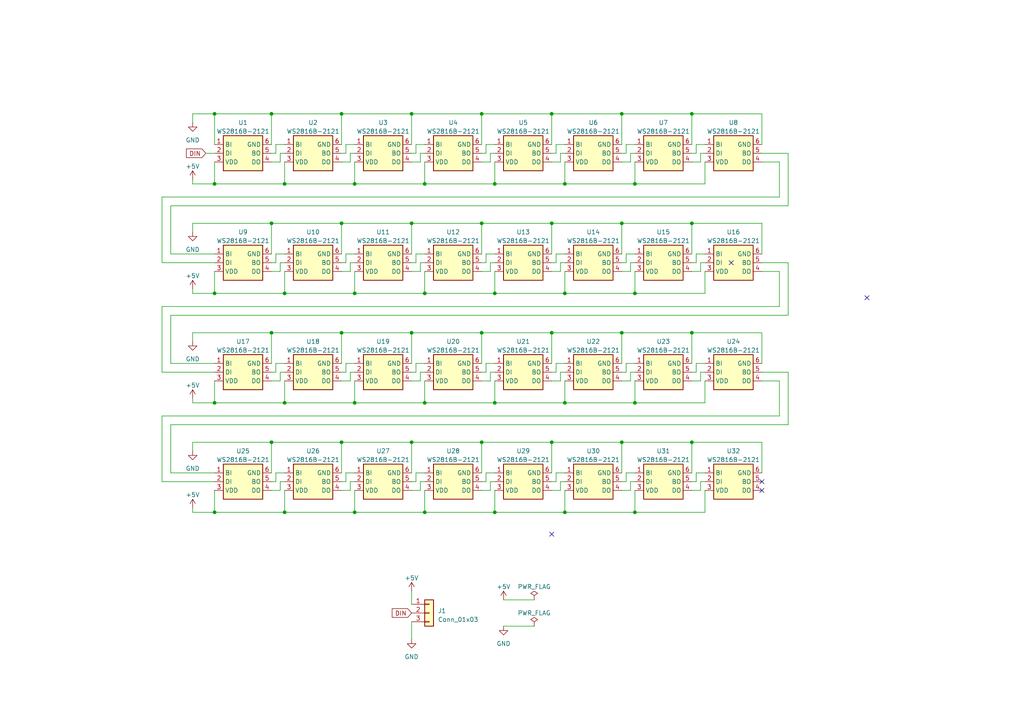
<source format=kicad_sch>
(kicad_sch (version 20230121) (generator eeschema)
  (paper "A4")
  (title_block (title "WS2816B-2121 Ring") (date "2023-11-09") (rev "A") (company "Chroma.tech") (comment 1 "Author: Eli McNutt"))
  (lib_symbols
    (symbol "Connector_Generic:Conn_01x03" (pin_names (offset 1.016) hide)
      (property "Reference" "J" (at 0 5.08 0))
      (property "Value" "Conn_01x03" (at 0 -5.08 0))
      (symbol "Conn_01x03_1_1"
        (rectangle (start -1.27 -2.413) (end 0 -2.667) (stroke (width 0.1524)))
        (rectangle (start -1.27 0.127) (end 0 -0.127) (stroke (width 0.1524)))
        (rectangle (start -1.27 2.667) (end 0 2.413) (stroke (width 0.1524)))
        (rectangle (start -1.27 3.81) (end 1.27 -3.81) (stroke (width 0.254)) (fill (type background)))
        (pin passive line (at -5.08 2.54 0) (length 3.81) (name "Pin_1") (number "1"))
        (pin passive line (at -5.08 0 0) (length 3.81) (name "Pin_2") (number "2"))
        (pin passive line (at -5.08 -2.54 0) (length 3.81) (name "Pin_3") (number "3"))
      )
    )
    (symbol "Driver_LED:WS2816B-2121"
      (property "Reference" "U" (at -7.62 7.62 0))
      (property "Value" "WS2816B-2121" (at 3.81 7.62 0))
      (symbol "WS2816B-2121_0_1"
        (rectangle (start -5.08 5.08) (end 6.35 -5.08) (stroke (width 0.254)) (fill (type background)))
      )
      (symbol "WS2816B-2121_1_1"
        (pin input line (at -7.62 2.54 0) (length 2.54) (name "BI") (number "1"))
        (pin input line (at -7.62 0 0) (length 2.54) (name "DI") (number "2"))
        (pin input line (at -7.62 -2.54 0) (length 2.54) (name "VDD") (number "3"))
        (pin output line (at 8.89 -2.54 180) (length 2.54) (name "DO") (number "4"))
        (pin output line (at 8.89 0 180) (length 2.54) (name "BO") (number "5"))
        (pin input line (at 8.89 2.54 180) (length 2.54) (name "GND") (number "6"))
      )
    )
    (symbol "power:+5V" (power) (pin_names (offset 0))
      (property "Value" "+5V" (at 0 3.556 0))
      (symbol "+5V_0_1"
        (polyline (pts (xy -0.762 1.27) (xy 0 2.54)))
        (polyline (pts (xy 0 0) (xy 0 2.54)))
        (polyline (pts (xy 0 2.54) (xy 0.762 1.27)))
      )
      (symbol "+5V_1_1"
        (pin power_in line (at 0 0 90) (length 0) hide (name "+5V") (number "1"))
      )
    )
    (symbol "power:GND" (power) (pin_names (offset 0))
      (property "Value" "GND" (at 0 -3.81 0))
      (symbol "GND_0_1"
        (polyline (pts (xy 0 0) (xy 0 -1.27) (xy 1.27 -1.27) (xy 0 -2.54) (xy -1.27 -1.27) (xy 0 -1.27)))
      )
      (symbol "GND_1_1"
        (pin power_in line (at 0 0 270) (length 0) hide (name "GND") (number "1"))
      )
    )
    (symbol "power:PWR_FLAG" (power) (pin_numbers hide) (pin_names (offset 0) hide)
      (property "Value" "PWR_FLAG" (at 0 3.81 0))
      (symbol "PWR_FLAG_0_0"
        (pin power_out line (at 0 0 90) (length 0) (name "pwr") (number "1"))
      )
      (symbol "PWR_FLAG_0_1"
        (polyline (pts (xy 0 0) (xy 0 1.27) (xy -1.016 1.905) (xy 0 2.54) (xy 1.016 1.905) (xy 0 1.27)))
      )
    )
  )
  (junction (at 143.51 148.59))
  (junction (at 200.66 33.02))
  (junction (at 184.15 53.34))
  (junction (at 62.23 116.84))
  (junction (at 139.7 64.77))
  (junction (at 99.06 96.52))
  (junction (at 102.87 85.09))
  (junction (at 180.34 96.52))
  (junction (at 123.19 85.09))
  (junction (at 82.55 85.09))
  (junction (at 82.55 116.84))
  (junction (at 119.38 64.77))
  (junction (at 160.02 64.77))
  (junction (at 200.66 64.77))
  (junction (at 200.66 96.52))
  (junction (at 163.83 53.34))
  (junction (at 102.87 116.84))
  (junction (at 163.83 148.59))
  (junction (at 78.74 64.77))
  (junction (at 143.51 116.84))
  (junction (at 180.34 128.27))
  (junction (at 82.55 148.59))
  (junction (at 184.15 85.09))
  (junction (at 160.02 96.52))
  (junction (at 62.23 33.02))
  (junction (at 163.83 85.09))
  (junction (at 99.06 64.77))
  (junction (at 102.87 148.59))
  (junction (at 62.23 85.09))
  (junction (at 163.83 116.84))
  (junction (at 102.87 53.34))
  (junction (at 119.38 96.52))
  (junction (at 160.02 33.02))
  (junction (at 180.34 64.77))
  (junction (at 82.55 53.34))
  (junction (at 119.38 33.02))
  (junction (at 139.7 128.27))
  (junction (at 143.51 85.09))
  (junction (at 123.19 148.59))
  (junction (at 119.38 128.27))
  (junction (at 99.06 128.27))
  (junction (at 143.51 53.34))
  (junction (at 62.23 148.59))
  (junction (at 99.06 33.02))
  (junction (at 78.74 96.52))
  (junction (at 123.19 53.34))
  (junction (at 123.19 116.84))
  (junction (at 200.66 128.27))
  (junction (at 184.15 116.84))
  (junction (at 139.7 33.02))
  (junction (at 180.34 33.02))
  (junction (at 184.15 148.59))
  (junction (at 62.23 53.34))
  (junction (at 160.02 128.27))
  (junction (at 139.7 96.52))
  (junction (at 78.74 128.27))
  (junction (at 78.74 33.02))
  (no_connect (at 220.98 139.7))
  (no_connect (at 160.02 154.94))
  (no_connect (at 212.09 76.2))
  (no_connect (at 220.98 142.24))
  (no_connect (at 251.46 86.36))
  (wire (pts (xy 180.34 137.16) (xy 180.34 128.27)))
  (wire (pts (xy 139.7 64.77) (xy 160.02 64.77)))
  (wire (pts (xy 162.56 78.74) (xy 162.56 76.2)))
  (wire (pts (xy 161.29 139.7) (xy 161.29 137.16)))
  (wire (pts (xy 49.53 91.44) (xy 228.6 91.44)))
  (wire (pts (xy 80.01 76.2) (xy 80.01 73.66)))
  (wire (pts (xy 82.55 78.74) (xy 82.55 85.09)))
  (wire (pts (xy 99.06 96.52) (xy 119.38 96.52)))
  (wire (pts (xy 102.87 78.74) (xy 102.87 85.09)))
  (wire (pts (xy 119.38 175.26) (xy 119.38 171.45)))
  (wire (pts (xy 184.15 46.99) (xy 184.15 53.34)))
  (wire (pts (xy 184.15 116.84) (xy 204.47 116.84)))
  (wire (pts (xy 121.92 46.99) (xy 121.92 44.45)))
  (wire (pts (xy 100.33 105.41) (xy 102.87 105.41)))
  (wire (pts (xy 123.19 142.24) (xy 123.19 148.59)))
  (wire (pts (xy 142.24 44.45) (xy 143.51 44.45)))
  (wire (pts (xy 180.34 105.41) (xy 180.34 96.52)))
  (wire (pts (xy 99.06 105.41) (xy 99.06 96.52)))
  (wire (pts (xy 220.98 78.74) (xy 226.06 78.74)))
  (wire (pts (xy 99.06 73.66) (xy 99.06 64.77)))
  (wire (pts (xy 180.34 78.74) (xy 182.88 78.74)))
  (wire (pts (xy 220.98 105.41) (xy 220.98 96.52)))
  (wire (pts (xy 62.23 116.84) (xy 82.55 116.84)))
  (wire (pts (xy 161.29 107.95) (xy 161.29 105.41)))
  (wire (pts (xy 182.88 139.7) (xy 184.15 139.7)))
  (wire (pts (xy 119.38 73.66) (xy 119.38 64.77)))
  (wire (pts (xy 184.15 142.24) (xy 184.15 148.59)))
  (wire (pts (xy 180.34 41.91) (xy 180.34 33.02)))
  (wire (pts (xy 160.02 142.24) (xy 162.56 142.24)))
  (wire (pts (xy 226.06 120.65) (xy 46.99 120.65)))
  (wire (pts (xy 161.29 73.66) (xy 163.83 73.66)))
  (wire (pts (xy 55.88 96.52) (xy 78.74 96.52)))
  (wire (pts (xy 160.02 64.77) (xy 180.34 64.77)))
  (wire (pts (xy 203.2 44.45) (xy 204.47 44.45)))
  (wire (pts (xy 226.06 78.74) (xy 226.06 88.9)))
  (wire (pts (xy 143.51 85.09) (xy 163.83 85.09)))
  (wire (pts (xy 55.88 53.34) (xy 55.88 52.07)))
  (wire (pts (xy 119.38 46.99) (xy 121.92 46.99)))
  (wire (pts (xy 180.34 96.52) (xy 200.66 96.52)))
  (wire (pts (xy 184.15 110.49) (xy 184.15 116.84)))
  (wire (pts (xy 180.34 107.95) (xy 181.61 107.95)))
  (wire (pts (xy 78.74 139.7) (xy 80.01 139.7)))
  (wire (pts (xy 81.28 44.45) (xy 82.55 44.45)))
  (wire (pts (xy 80.01 73.66) (xy 82.55 73.66)))
  (wire (pts (xy 101.6 107.95) (xy 102.87 107.95)))
  (wire (pts (xy 182.88 44.45) (xy 184.15 44.45)))
  (wire (pts (xy 182.88 142.24) (xy 182.88 139.7)))
  (wire (pts (xy 220.98 137.16) (xy 220.98 128.27)))
  (wire (pts (xy 160.02 107.95) (xy 161.29 107.95)))
  (wire (pts (xy 62.23 53.34) (xy 62.23 46.99)))
  (wire (pts (xy 121.92 107.95) (xy 123.19 107.95)))
  (wire (pts (xy 220.98 76.2) (xy 228.6 76.2)))
  (wire (pts (xy 163.83 53.34) (xy 184.15 53.34)))
  (wire (pts (xy 121.92 142.24) (xy 121.92 139.7)))
  (wire (pts (xy 139.7 76.2) (xy 140.97 76.2)))
  (wire (pts (xy 119.38 139.7) (xy 120.65 139.7)))
  (wire (pts (xy 101.6 142.24) (xy 101.6 139.7)))
  (wire (pts (xy 102.87 53.34) (xy 123.19 53.34)))
  (wire (pts (xy 101.6 139.7) (xy 102.87 139.7)))
  (wire (pts (xy 220.98 110.49) (xy 226.06 110.49)))
  (wire (pts (xy 99.06 107.95) (xy 100.33 107.95)))
  (wire (pts (xy 100.33 41.91) (xy 102.87 41.91)))
  (wire (pts (xy 160.02 137.16) (xy 160.02 128.27)))
  (wire (pts (xy 62.23 53.34) (xy 82.55 53.34)))
  (wire (pts (xy 78.74 64.77) (xy 99.06 64.77)))
  (wire (pts (xy 120.65 107.95) (xy 120.65 105.41)))
  (wire (pts (xy 204.47 78.74) (xy 204.47 85.09)))
  (wire (pts (xy 163.83 148.59) (xy 184.15 148.59)))
  (wire (pts (xy 100.33 137.16) (xy 102.87 137.16)))
  (wire (pts (xy 123.19 110.49) (xy 123.19 116.84)))
  (wire (pts (xy 81.28 78.74) (xy 81.28 76.2)))
  (wire (pts (xy 101.6 46.99) (xy 101.6 44.45)))
  (wire (pts (xy 121.92 110.49) (xy 121.92 107.95)))
  (wire (pts (xy 163.83 85.09) (xy 184.15 85.09)))
  (wire (pts (xy 119.38 96.52) (xy 139.7 96.52)))
  (wire (pts (xy 163.83 142.24) (xy 163.83 148.59)))
  (wire (pts (xy 49.53 137.16) (xy 62.23 137.16)))
  (wire (pts (xy 143.51 110.49) (xy 143.51 116.84)))
  (wire (pts (xy 162.56 46.99) (xy 162.56 44.45)))
  (wire (pts (xy 49.53 59.69) (xy 228.6 59.69)))
  (wire (pts (xy 139.7 46.99) (xy 142.24 46.99)))
  (wire (pts (xy 180.34 73.66) (xy 180.34 64.77)))
  (wire (pts (xy 139.7 44.45) (xy 140.97 44.45)))
  (wire (pts (xy 160.02 46.99) (xy 162.56 46.99)))
  (wire (pts (xy 99.06 76.2) (xy 100.33 76.2)))
  (wire (pts (xy 180.34 76.2) (xy 181.61 76.2)))
  (wire (pts (xy 204.47 110.49) (xy 204.47 116.84)))
  (wire (pts (xy 101.6 76.2) (xy 102.87 76.2)))
  (wire (pts (xy 140.97 137.16) (xy 143.51 137.16)))
  (wire (pts (xy 161.29 41.91) (xy 163.83 41.91)))
  (wire (pts (xy 78.74 76.2) (xy 80.01 76.2)))
  (wire (pts (xy 220.98 107.95) (xy 228.6 107.95)))
  (wire (pts (xy 200.66 110.49) (xy 203.2 110.49)))
  (wire (pts (xy 120.65 137.16) (xy 123.19 137.16)))
  (wire (pts (xy 200.66 128.27) (xy 220.98 128.27)))
  (wire (pts (xy 46.99 88.9) (xy 46.99 107.95)))
  (wire (pts (xy 143.51 78.74) (xy 143.51 85.09)))
  (wire (pts (xy 181.61 137.16) (xy 184.15 137.16)))
  (wire (pts (xy 120.65 76.2) (xy 120.65 73.66)))
  (wire (pts (xy 119.38 107.95) (xy 120.65 107.95)))
  (wire (pts (xy 78.74 96.52) (xy 99.06 96.52)))
  (wire (pts (xy 181.61 44.45) (xy 181.61 41.91)))
  (wire (pts (xy 78.74 46.99) (xy 81.28 46.99)))
  (wire (pts (xy 82.55 116.84) (xy 102.87 116.84)))
  (wire (pts (xy 201.93 107.95) (xy 201.93 105.41)))
  (wire (pts (xy 200.66 46.99) (xy 203.2 46.99)))
  (wire (pts (xy 146.05 173.99) (xy 154.94 173.99)))
  (wire (pts (xy 62.23 33.02) (xy 78.74 33.02)))
  (wire (pts (xy 142.24 142.24) (xy 142.24 139.7)))
  (wire (pts (xy 49.53 105.41) (xy 62.23 105.41)))
  (wire (pts (xy 55.88 116.84) (xy 55.88 115.57)))
  (wire (pts (xy 180.34 46.99) (xy 182.88 46.99)))
  (wire (pts (xy 228.6 123.19) (xy 228.6 107.95)))
  (wire (pts (xy 102.87 142.24) (xy 102.87 148.59)))
  (wire (pts (xy 180.34 44.45) (xy 181.61 44.45)))
  (wire (pts (xy 55.88 85.09) (xy 55.88 83.82)))
  (wire (pts (xy 181.61 41.91) (xy 184.15 41.91)))
  (wire (pts (xy 203.2 46.99) (xy 203.2 44.45)))
  (wire (pts (xy 100.33 107.95) (xy 100.33 105.41)))
  (wire (pts (xy 55.88 148.59) (xy 62.23 148.59)))
  (wire (pts (xy 160.02 128.27) (xy 180.34 128.27)))
  (wire (pts (xy 140.97 76.2) (xy 140.97 73.66)))
  (wire (pts (xy 163.83 46.99) (xy 163.83 53.34)))
  (wire (pts (xy 143.51 116.84) (xy 163.83 116.84)))
  (wire (pts (xy 142.24 139.7) (xy 143.51 139.7)))
  (wire (pts (xy 121.92 78.74) (xy 121.92 76.2)))
  (wire (pts (xy 62.23 148.59) (xy 82.55 148.59)))
  (wire (pts (xy 160.02 41.91) (xy 160.02 33.02)))
  (wire (pts (xy 82.55 53.34) (xy 102.87 53.34)))
  (wire (pts (xy 200.66 96.52) (xy 220.98 96.52)))
  (wire (pts (xy 160.02 105.41) (xy 160.02 96.52)))
  (wire (pts (xy 143.51 46.99) (xy 143.51 53.34)))
  (wire (pts (xy 120.65 139.7) (xy 120.65 137.16)))
  (wire (pts (xy 49.53 123.19) (xy 228.6 123.19)))
  (wire (pts (xy 143.51 148.59) (xy 163.83 148.59)))
  (wire (pts (xy 102.87 110.49) (xy 102.87 116.84)))
  (wire (pts (xy 119.38 128.27) (xy 139.7 128.27)))
  (wire (pts (xy 123.19 53.34) (xy 143.51 53.34)))
  (wire (pts (xy 120.65 73.66) (xy 123.19 73.66)))
  (wire (pts (xy 78.74 44.45) (xy 80.01 44.45)))
  (wire (pts (xy 78.74 78.74) (xy 81.28 78.74)))
  (wire (pts (xy 139.7 110.49) (xy 142.24 110.49)))
  (wire (pts (xy 49.53 123.19) (xy 49.53 137.16)))
  (wire (pts (xy 78.74 110.49) (xy 81.28 110.49)))
  (wire (pts (xy 123.19 148.59) (xy 143.51 148.59)))
  (wire (pts (xy 184.15 78.74) (xy 184.15 85.09)))
  (wire (pts (xy 200.66 78.74) (xy 203.2 78.74)))
  (wire (pts (xy 180.34 142.24) (xy 182.88 142.24)))
  (wire (pts (xy 184.15 148.59) (xy 204.47 148.59)))
  (wire (pts (xy 78.74 73.66) (xy 78.74 64.77)))
  (wire (pts (xy 139.7 105.41) (xy 139.7 96.52)))
  (wire (pts (xy 119.38 105.41) (xy 119.38 96.52)))
  (wire (pts (xy 81.28 107.95) (xy 82.55 107.95)))
  (wire (pts (xy 162.56 142.24) (xy 162.56 139.7)))
  (wire (pts (xy 201.93 105.41) (xy 204.47 105.41)))
  (wire (pts (xy 62.23 85.09) (xy 82.55 85.09)))
  (wire (pts (xy 200.66 142.24) (xy 203.2 142.24)))
  (wire (pts (xy 162.56 44.45) (xy 163.83 44.45)))
  (wire (pts (xy 80.01 107.95) (xy 80.01 105.41)))
  (wire (pts (xy 99.06 44.45) (xy 100.33 44.45)))
  (wire (pts (xy 161.29 44.45) (xy 161.29 41.91)))
  (wire (pts (xy 55.88 33.02) (xy 62.23 33.02)))
  (wire (pts (xy 81.28 142.24) (xy 81.28 139.7)))
  (wire (pts (xy 139.7 137.16) (xy 139.7 128.27)))
  (wire (pts (xy 46.99 139.7) (xy 62.23 139.7)))
  (wire (pts (xy 123.19 85.09) (xy 143.51 85.09)))
  (wire (pts (xy 180.34 64.77) (xy 200.66 64.77)))
  (wire (pts (xy 78.74 33.02) (xy 99.06 33.02)))
  (wire (pts (xy 123.19 46.99) (xy 123.19 53.34)))
  (wire (pts (xy 121.92 139.7) (xy 123.19 139.7)))
  (wire (pts (xy 123.19 78.74) (xy 123.19 85.09)))
  (wire (pts (xy 55.88 130.81) (xy 55.88 128.27)))
  (wire (pts (xy 55.88 64.77) (xy 78.74 64.77)))
  (wire (pts (xy 160.02 110.49) (xy 162.56 110.49)))
  (wire (pts (xy 220.98 44.45) (xy 228.6 44.45)))
  (wire (pts (xy 101.6 44.45) (xy 102.87 44.45)))
  (wire (pts (xy 99.06 64.77) (xy 119.38 64.77)))
  (wire (pts (xy 121.92 76.2) (xy 123.19 76.2)))
  (wire (pts (xy 119.38 44.45) (xy 120.65 44.45)))
  (wire (pts (xy 121.92 44.45) (xy 123.19 44.45)))
  (wire (pts (xy 203.2 110.49) (xy 203.2 107.95)))
  (wire (pts (xy 139.7 96.52) (xy 160.02 96.52)))
  (wire (pts (xy 140.97 41.91) (xy 143.51 41.91)))
  (wire (pts (xy 100.33 139.7) (xy 100.33 137.16)))
  (wire (pts (xy 120.65 105.41) (xy 123.19 105.41)))
  (wire (pts (xy 139.7 78.74) (xy 142.24 78.74)))
  (wire (pts (xy 184.15 85.09) (xy 204.47 85.09)))
  (wire (pts (xy 143.51 53.34) (xy 163.83 53.34)))
  (wire (pts (xy 81.28 76.2) (xy 82.55 76.2)))
  (wire (pts (xy 80.01 44.45) (xy 80.01 41.91)))
  (wire (pts (xy 55.88 128.27) (xy 78.74 128.27)))
  (wire (pts (xy 200.66 137.16) (xy 200.66 128.27)))
  (wire (pts (xy 120.65 44.45) (xy 120.65 41.91)))
  (wire (pts (xy 78.74 142.24) (xy 81.28 142.24)))
  (wire (pts (xy 62.23 78.74) (xy 62.23 85.09)))
  (wire (pts (xy 123.19 116.84) (xy 143.51 116.84)))
  (wire (pts (xy 49.53 59.69) (xy 49.53 73.66)))
  (wire (pts (xy 80.01 41.91) (xy 82.55 41.91)))
  (wire (pts (xy 182.88 46.99) (xy 182.88 44.45)))
  (wire (pts (xy 160.02 76.2) (xy 161.29 76.2)))
  (wire (pts (xy 200.66 139.7) (xy 201.93 139.7)))
  (wire (pts (xy 46.99 57.15) (xy 46.99 76.2)))
  (wire (pts (xy 180.34 128.27) (xy 200.66 128.27)))
  (wire (pts (xy 46.99 120.65) (xy 46.99 139.7)))
  (wire (pts (xy 139.7 128.27) (xy 160.02 128.27)))
  (wire (pts (xy 226.06 88.9) (xy 46.99 88.9)))
  (wire (pts (xy 203.2 139.7) (xy 204.47 139.7)))
  (wire (pts (xy 55.88 85.09) (xy 62.23 85.09)))
  (wire (pts (xy 160.02 33.02) (xy 180.34 33.02)))
  (wire (pts (xy 180.34 33.02) (xy 200.66 33.02)))
  (wire (pts (xy 226.06 46.99) (xy 226.06 57.15)))
  (wire (pts (xy 102.87 46.99) (xy 102.87 53.34)))
  (wire (pts (xy 162.56 139.7) (xy 163.83 139.7)))
  (wire (pts (xy 55.88 64.77) (xy 55.88 67.31)))
  (wire (pts (xy 143.51 142.24) (xy 143.51 148.59)))
  (wire (pts (xy 204.47 142.24) (xy 204.47 148.59)))
  (wire (pts (xy 200.66 73.66) (xy 200.66 64.77)))
  (wire (pts (xy 80.01 139.7) (xy 80.01 137.16)))
  (wire (pts (xy 78.74 107.95) (xy 80.01 107.95)))
  (wire (pts (xy 101.6 110.49) (xy 101.6 107.95)))
  (wire (pts (xy 119.38 78.74) (xy 121.92 78.74)))
  (wire (pts (xy 78.74 105.41) (xy 78.74 96.52)))
  (wire (pts (xy 163.83 78.74) (xy 163.83 85.09)))
  (wire (pts (xy 160.02 96.52) (xy 180.34 96.52)))
  (wire (pts (xy 46.99 107.95) (xy 62.23 107.95)))
  (wire (pts (xy 99.06 46.99) (xy 101.6 46.99)))
  (wire (pts (xy 182.88 78.74) (xy 182.88 76.2)))
  (wire (pts (xy 80.01 137.16) (xy 82.55 137.16)))
  (wire (pts (xy 161.29 105.41) (xy 163.83 105.41)))
  (wire (pts (xy 82.55 110.49) (xy 82.55 116.84)))
  (wire (pts (xy 100.33 44.45) (xy 100.33 41.91)))
  (wire (pts (xy 46.99 76.2) (xy 62.23 76.2)))
  (wire (pts (xy 139.7 73.66) (xy 139.7 64.77)))
  (wire (pts (xy 220.98 46.99) (xy 226.06 46.99)))
  (wire (pts (xy 200.66 76.2) (xy 201.93 76.2)))
  (wire (pts (xy 99.06 78.74) (xy 101.6 78.74)))
  (wire (pts (xy 55.88 53.34) (xy 62.23 53.34)))
  (wire (pts (xy 201.93 44.45) (xy 201.93 41.91)))
  (wire (pts (xy 161.29 137.16) (xy 163.83 137.16)))
  (wire (pts (xy 78.74 41.91) (xy 78.74 33.02)))
  (wire (pts (xy 139.7 142.24) (xy 142.24 142.24)))
  (wire (pts (xy 226.06 57.15) (xy 46.99 57.15)))
  (wire (pts (xy 160.02 44.45) (xy 161.29 44.45)))
  (wire (pts (xy 200.66 107.95) (xy 201.93 107.95)))
  (wire (pts (xy 55.88 116.84) (xy 62.23 116.84)))
  (wire (pts (xy 200.66 41.91) (xy 200.66 33.02)))
  (wire (pts (xy 201.93 76.2) (xy 201.93 73.66)))
  (wire (pts (xy 184.15 53.34) (xy 204.47 53.34)))
  (wire (pts (xy 200.66 33.02) (xy 220.98 33.02)))
  (wire (pts (xy 99.06 137.16) (xy 99.06 128.27)))
  (wire (pts (xy 220.98 73.66) (xy 220.98 64.77)))
  (wire (pts (xy 82.55 85.09) (xy 102.87 85.09)))
  (wire (pts (xy 140.97 105.41) (xy 143.51 105.41)))
  (wire (pts (xy 181.61 76.2) (xy 181.61 73.66)))
  (wire (pts (xy 200.66 44.45) (xy 201.93 44.45)))
  (wire (pts (xy 49.53 73.66) (xy 62.23 73.66)))
  (wire (pts (xy 200.66 105.41) (xy 200.66 96.52)))
  (wire (pts (xy 78.74 128.27) (xy 99.06 128.27)))
  (wire (pts (xy 162.56 76.2) (xy 163.83 76.2)))
  (wire (pts (xy 119.38 142.24) (xy 121.92 142.24)))
  (wire (pts (xy 182.88 76.2) (xy 184.15 76.2)))
  (wire (pts (xy 102.87 148.59) (xy 123.19 148.59)))
  (wire (pts (xy 55.88 33.02) (xy 55.88 35.56)))
  (wire (pts (xy 120.65 41.91) (xy 123.19 41.91)))
  (wire (pts (xy 78.74 137.16) (xy 78.74 128.27)))
  (wire (pts (xy 203.2 107.95) (xy 204.47 107.95)))
  (wire (pts (xy 101.6 78.74) (xy 101.6 76.2)))
  (wire (pts (xy 228.6 59.69) (xy 228.6 44.45)))
  (wire (pts (xy 201.93 41.91) (xy 204.47 41.91)))
  (wire (pts (xy 182.88 110.49) (xy 182.88 107.95)))
  (wire (pts (xy 182.88 107.95) (xy 184.15 107.95)))
  (wire (pts (xy 201.93 137.16) (xy 204.47 137.16)))
  (wire (pts (xy 119.38 64.77) (xy 139.7 64.77)))
  (wire (pts (xy 99.06 139.7) (xy 100.33 139.7)))
  (wire (pts (xy 119.38 41.91) (xy 119.38 33.02)))
  (wire (pts (xy 142.24 46.99) (xy 142.24 44.45)))
  (wire (pts (xy 204.47 46.99) (xy 204.47 53.34)))
  (wire (pts (xy 162.56 110.49) (xy 162.56 107.95)))
  (wire (pts (xy 99.06 128.27) (xy 119.38 128.27)))
  (wire (pts (xy 181.61 107.95) (xy 181.61 105.41)))
  (wire (pts (xy 139.7 33.02) (xy 160.02 33.02)))
  (wire (pts (xy 119.38 110.49) (xy 121.92 110.49)))
  (wire (pts (xy 180.34 110.49) (xy 182.88 110.49)))
  (wire (pts (xy 62.23 116.84) (xy 62.23 110.49)))
  (wire (pts (xy 201.93 73.66) (xy 204.47 73.66)))
  (wire (pts (xy 163.83 110.49) (xy 163.83 116.84)))
  (wire (pts (xy 62.23 148.59) (xy 62.23 142.24)))
  (wire (pts (xy 181.61 105.41) (xy 184.15 105.41)))
  (wire (pts (xy 160.02 139.7) (xy 161.29 139.7)))
  (wire (pts (xy 55.88 99.06) (xy 55.88 96.52)))
  (wire (pts (xy 81.28 139.7) (xy 82.55 139.7)))
  (wire (pts (xy 181.61 139.7) (xy 181.61 137.16)))
  (wire (pts (xy 81.28 110.49) (xy 81.28 107.95)))
  (wire (pts (xy 140.97 44.45) (xy 140.97 41.91)))
  (wire (pts (xy 102.87 116.84) (xy 123.19 116.84)))
  (wire (pts (xy 100.33 73.66) (xy 102.87 73.66)))
  (wire (pts (xy 142.24 107.95) (xy 143.51 107.95)))
  (wire (pts (xy 99.06 33.02) (xy 119.38 33.02)))
  (wire (pts (xy 55.88 148.59) (xy 55.88 147.32)))
  (wire (pts (xy 180.34 139.7) (xy 181.61 139.7)))
  (wire (pts (xy 102.87 85.09) (xy 123.19 85.09)))
  (wire (pts (xy 62.23 33.02) (xy 62.23 41.91)))
  (wire (pts (xy 201.93 139.7) (xy 201.93 137.16)))
  (wire (pts (xy 139.7 139.7) (xy 140.97 139.7)))
  (wire (pts (xy 80.01 105.41) (xy 82.55 105.41)))
  (wire (pts (xy 59.69 44.45) (xy 62.23 44.45)))
  (wire (pts (xy 181.61 73.66) (xy 184.15 73.66)))
  (wire (pts (xy 162.56 107.95) (xy 163.83 107.95)))
  (wire (pts (xy 154.94 181.61) (xy 146.05 181.61)))
  (wire (pts (xy 203.2 142.24) (xy 203.2 139.7)))
  (wire (pts (xy 139.7 41.91) (xy 139.7 33.02)))
  (wire (pts (xy 200.66 64.77) (xy 220.98 64.77)))
  (wire (pts (xy 99.06 41.91) (xy 99.06 33.02)))
  (wire (pts (xy 140.97 107.95) (xy 140.97 105.41)))
  (wire (pts (xy 226.06 110.49) (xy 226.06 120.65)))
  (wire (pts (xy 163.83 116.84) (xy 184.15 116.84)))
  (wire (pts (xy 140.97 73.66) (xy 143.51 73.66)))
  (wire (pts (xy 119.38 180.34) (xy 119.38 185.42)))
  (wire (pts (xy 119.38 33.02) (xy 139.7 33.02)))
  (wire (pts (xy 161.29 76.2) (xy 161.29 73.66)))
  (wire (pts (xy 99.06 110.49) (xy 101.6 110.49)))
  (wire (pts (xy 82.55 46.99) (xy 82.55 53.34)))
  (wire (pts (xy 228.6 91.44) (xy 228.6 76.2)))
  (wire (pts (xy 220.98 41.91) (xy 220.98 33.02)))
  (wire (pts (xy 142.24 76.2) (xy 143.51 76.2)))
  (wire (pts (xy 119.38 137.16) (xy 119.38 128.27)))
  (wire (pts (xy 160.02 73.66) (xy 160.02 64.77)))
  (wire (pts (xy 82.55 142.24) (xy 82.55 148.59)))
  (wire (pts (xy 142.24 110.49) (xy 142.24 107.95)))
  (wire (pts (xy 49.53 91.44) (xy 49.53 105.41)))
  (wire (pts (xy 142.24 78.74) (xy 142.24 76.2)))
  (wire (pts (xy 140.97 139.7) (xy 140.97 137.16)))
  (wire (pts (xy 203.2 76.2) (xy 204.47 76.2)))
  (wire (pts (xy 100.33 76.2) (xy 100.33 73.66)))
  (wire (pts (xy 119.38 76.2) (xy 120.65 76.2)))
  (wire (pts (xy 99.06 142.24) (xy 101.6 142.24)))
  (wire (pts (xy 81.28 46.99) (xy 81.28 44.45)))
  (wire (pts (xy 203.2 78.74) (xy 203.2 76.2)))
  (wire (pts (xy 82.55 148.59) (xy 102.87 148.59)))
  (wire (pts (xy 160.02 78.74) (xy 162.56 78.74)))
  (wire (pts (xy 139.7 107.95) (xy 140.97 107.95)))
  (global_label "DIN" (shape input) (at 59.69 44.45 180) (property "Intersheetrefs" "${INTERSHEET_REFS}" (effects hide)))
  (global_label "DIN" (shape input) (at 119.38 177.8 180) (property "Intersheetrefs" "${INTERSHEET_REFS}" (effects hide)))
  (symbol (lib_id "power:+5V") (at 55.88 115.57 0) (unit 1)
    (property "Reference" "#PWR06" (effects hide))
    (property "Value" "+5V" (at 55.88 111.76 0))
  )
  (symbol (lib_id "Driver_LED:WS2816B-2121") (at 69.85 76.2 0) (unit 1)
    (property "Reference" "U9" (at 70.485 67.31 0))
    (property "Value" "WS2816B-2121" (at 70.485 69.85 0))
    (property "Footprint" "LED_SMD:LED_WS2816B-2121_2.1x2.1mm" (effects hide))
    (property "Datasheet" "https://datasheet.lcsc.com/lcsc/2012110135_Worldsemi-WS2816B-2121_C965560.pdf" (effects hide))
  )
  (symbol (lib_id "power:GND") (at 119.38 185.42 0) (unit 1)
    (property "Reference" "#PWR010" (effects hide))
    (property "Value" "GND" (at 119.38 190.5 0))
  )
  (symbol (lib_id "Driver_LED:WS2816B-2121") (at 90.17 139.7 0) (unit 1)
    (property "Reference" "U26" (at 90.805 130.81 0))
    (property "Value" "WS2816B-2121" (at 90.805 133.35 0))
    (property "Footprint" "LED_SMD:LED_WS2816B-2121_2.1x2.1mm" (effects hide))
    (property "Datasheet" "https://datasheet.lcsc.com/lcsc/2012110135_Worldsemi-WS2816B-2121_C965560.pdf" (effects hide))
  )
  (symbol (lib_id "Driver_LED:WS2816B-2121") (at 90.17 76.2 0) (unit 1)
    (property "Reference" "U10" (at 90.805 67.31 0))
    (property "Value" "WS2816B-2121" (at 90.805 69.85 0))
    (property "Footprint" "LED_SMD:LED_WS2816B-2121_2.1x2.1mm" (effects hide))
    (property "Datasheet" "https://datasheet.lcsc.com/lcsc/2012110135_Worldsemi-WS2816B-2121_C965560.pdf" (effects hide))
  )
  (symbol (lib_id "power:GND") (at 55.88 99.06 0) (unit 1)
    (property "Reference" "#PWR05" (effects hide))
    (property "Value" "GND" (at 55.88 104.14 0))
  )
  (symbol (lib_id "Driver_LED:WS2816B-2121") (at 130.81 76.2 0) (unit 1)
    (property "Reference" "U12" (at 131.445 67.31 0))
    (property "Value" "WS2816B-2121" (at 131.445 69.85 0))
    (property "Footprint" "LED_SMD:LED_WS2816B-2121_2.1x2.1mm" (effects hide))
    (property "Datasheet" "https://datasheet.lcsc.com/lcsc/2012110135_Worldsemi-WS2816B-2121_C965560.pdf" (effects hide))
  )
  (symbol (lib_id "Driver_LED:WS2816B-2121") (at 171.45 44.45 0) (unit 1)
    (property "Reference" "U6" (at 172.085 35.56 0))
    (property "Value" "WS2816B-2121" (at 172.085 38.1 0))
    (property "Footprint" "LED_SMD:LED_WS2816B-2121_2.1x2.1mm" (effects hide))
    (property "Datasheet" "https://datasheet.lcsc.com/lcsc/2012110135_Worldsemi-WS2816B-2121_C965560.pdf" (effects hide))
  )
  (symbol (lib_id "power:+5V") (at 55.88 83.82 0) (unit 1)
    (property "Reference" "#PWR04" (effects hide))
    (property "Value" "+5V" (at 55.88 80.01 0))
  )
  (symbol (lib_id "power:GND") (at 146.05 181.61 0) (unit 1)
    (property "Reference" "#PWR09" (effects hide))
    (property "Value" "GND" (at 146.05 186.69 0))
  )
  (symbol (lib_id "Driver_LED:WS2816B-2121") (at 69.85 139.7 0) (unit 1)
    (property "Reference" "U25" (at 70.485 130.81 0))
    (property "Value" "WS2816B-2121" (at 70.485 133.35 0))
    (property "Footprint" "LED_SMD:LED_WS2816B-2121_2.1x2.1mm" (effects hide))
    (property "Datasheet" "https://datasheet.lcsc.com/lcsc/2012110135_Worldsemi-WS2816B-2121_C965560.pdf" (effects hide))
  )
  (symbol (lib_id "Driver_LED:WS2816B-2121") (at 90.17 44.45 0) (unit 1)
    (property "Reference" "U2" (at 90.805 35.56 0))
    (property "Value" "WS2816B-2121" (at 90.805 38.1 0))
    (property "Footprint" "LED_SMD:LED_WS2816B-2121_2.1x2.1mm" (effects hide))
    (property "Datasheet" "https://datasheet.lcsc.com/lcsc/2012110135_Worldsemi-WS2816B-2121_C965560.pdf" (effects hide))
  )
  (symbol (lib_id "Driver_LED:WS2816B-2121") (at 151.13 76.2 0) (unit 1)
    (property "Reference" "U13" (at 151.765 67.31 0))
    (property "Value" "WS2816B-2121" (at 151.765 69.85 0))
    (property "Footprint" "LED_SMD:LED_WS2816B-2121_2.1x2.1mm" (effects hide))
    (property "Datasheet" "https://datasheet.lcsc.com/lcsc/2012110135_Worldsemi-WS2816B-2121_C965560.pdf" (effects hide))
  )
  (symbol (lib_id "Driver_LED:WS2816B-2121") (at 191.77 139.7 0) (unit 1)
    (property "Reference" "U31" (at 192.405 130.81 0))
    (property "Value" "WS2816B-2121" (at 192.405 133.35 0))
    (property "Footprint" "LED_SMD:LED_WS2816B-2121_2.1x2.1mm" (effects hide))
    (property "Datasheet" "https://datasheet.lcsc.com/lcsc/2012110135_Worldsemi-WS2816B-2121_C965560.pdf" (effects hide))
  )
  (symbol (lib_id "power:PWR_FLAG") (at 154.94 181.61 0) (unit 1)
    (property "Reference" "#FLG02" (effects hide))
    (property "Value" "PWR_FLAG" (at 154.94 177.8 0))
  )
  (symbol (lib_id "Driver_LED:WS2816B-2121") (at 110.49 107.95 0) (unit 1)
    (property "Reference" "U19" (at 111.125 99.06 0))
    (property "Value" "WS2816B-2121" (at 111.125 101.6 0))
    (property "Footprint" "LED_SMD:LED_WS2816B-2121_2.1x2.1mm" (effects hide))
    (property "Datasheet" "https://datasheet.lcsc.com/lcsc/2012110135_Worldsemi-WS2816B-2121_C965560.pdf" (effects hide))
  )
  (symbol (lib_id "Driver_LED:WS2816B-2121") (at 151.13 107.95 0) (unit 1)
    (property "Reference" "U21" (at 151.765 99.06 0))
    (property "Value" "WS2816B-2121" (at 151.765 101.6 0))
    (property "Footprint" "LED_SMD:LED_WS2816B-2121_2.1x2.1mm" (effects hide))
    (property "Datasheet" "https://datasheet.lcsc.com/lcsc/2012110135_Worldsemi-WS2816B-2121_C965560.pdf" (effects hide))
  )
  (symbol (lib_id "power:+5V") (at 55.88 52.07 0) (unit 1)
    (property "Reference" "#PWR02" (effects hide))
    (property "Value" "+5V" (at 55.88 48.26 0))
  )
  (symbol (lib_id "power:GND") (at 55.88 130.81 0) (unit 1)
    (property "Reference" "#PWR011" (effects hide))
    (property "Value" "GND" (at 55.88 135.89 0))
  )
  (symbol (lib_id "Driver_LED:WS2816B-2121") (at 191.77 107.95 0) (unit 1)
    (property "Reference" "U23" (at 192.405 99.06 0))
    (property "Value" "WS2816B-2121" (at 192.405 101.6 0))
    (property "Footprint" "LED_SMD:LED_WS2816B-2121_2.1x2.1mm" (effects hide))
    (property "Datasheet" "https://datasheet.lcsc.com/lcsc/2012110135_Worldsemi-WS2816B-2121_C965560.pdf" (effects hide))
  )
  (symbol (lib_id "Driver_LED:WS2816B-2121") (at 69.85 44.45 0) (unit 1)
    (property "Reference" "U1" (at 70.485 35.56 0))
    (property "Value" "WS2816B-2121" (at 70.485 38.1 0))
    (property "Footprint" "LED_SMD:LED_WS2816B-2121_2.1x2.1mm" (effects hide))
    (property "Datasheet" "https://datasheet.lcsc.com/lcsc/2012110135_Worldsemi-WS2816B-2121_C965560.pdf" (effects hide))
  )
  (symbol (lib_id "power:GND") (at 55.88 35.56 0) (unit 1)
    (property "Reference" "#PWR01" (effects hide))
    (property "Value" "GND" (at 55.88 40.64 0))
  )
  (symbol (lib_id "power:PWR_FLAG") (at 154.94 173.99 0) (unit 1)
    (property "Reference" "#FLG01" (effects hide))
    (property "Value" "PWR_FLAG" (at 154.94 170.18 0))
  )
  (symbol (lib_id "Driver_LED:WS2816B-2121") (at 212.09 44.45 0) (unit 1)
    (property "Reference" "U8" (at 212.725 35.56 0))
    (property "Value" "WS2816B-2121" (at 212.725 38.1 0))
    (property "Footprint" "LED_SMD:LED_WS2816B-2121_2.1x2.1mm" (effects hide))
    (property "Datasheet" "https://datasheet.lcsc.com/lcsc/2012110135_Worldsemi-WS2816B-2121_C965560.pdf" (effects hide))
  )
  (symbol (lib_id "power:+5V") (at 146.05 173.99 0) (unit 1)
    (property "Reference" "#PWR08" (effects hide))
    (property "Value" "+5V" (at 146.05 170.18 0))
  )
  (symbol (lib_id "Driver_LED:WS2816B-2121") (at 110.49 44.45 0) (unit 1)
    (property "Reference" "U3" (at 111.125 35.56 0))
    (property "Value" "WS2816B-2121" (at 111.125 38.1 0))
    (property "Footprint" "LED_SMD:LED_WS2816B-2121_2.1x2.1mm" (effects hide))
    (property "Datasheet" "https://datasheet.lcsc.com/lcsc/2012110135_Worldsemi-WS2816B-2121_C965560.pdf" (effects hide))
  )
  (symbol (lib_id "Driver_LED:WS2816B-2121") (at 151.13 44.45 0) (unit 1)
    (property "Reference" "U5" (at 151.765 35.56 0))
    (property "Value" "WS2816B-2121" (at 151.765 38.1 0))
    (property "Footprint" "LED_SMD:LED_WS2816B-2121_2.1x2.1mm" (effects hide))
    (property "Datasheet" "https://datasheet.lcsc.com/lcsc/2012110135_Worldsemi-WS2816B-2121_C965560.pdf" (effects hide))
  )
  (symbol (lib_id "Driver_LED:WS2816B-2121") (at 212.09 139.7 0) (unit 1)
    (property "Reference" "U32" (at 212.725 130.81 0))
    (property "Value" "WS2816B-2121" (at 212.725 133.35 0))
    (property "Footprint" "LED_SMD:LED_WS2816B-2121_2.1x2.1mm" (effects hide))
    (property "Datasheet" "https://datasheet.lcsc.com/lcsc/2012110135_Worldsemi-WS2816B-2121_C965560.pdf" (effects hide))
  )
  (symbol (lib_id "Driver_LED:WS2816B-2121") (at 212.09 76.2 0) (unit 1)
    (property "Reference" "U16" (at 212.725 67.31 0))
    (property "Value" "WS2816B-2121" (at 212.725 69.85 0))
    (property "Footprint" "LED_SMD:LED_WS2816B-2121_2.1x2.1mm" (effects hide))
    (property "Datasheet" "https://datasheet.lcsc.com/lcsc/2012110135_Worldsemi-WS2816B-2121_C965560.pdf" (effects hide))
  )
  (symbol (lib_id "Driver_LED:WS2816B-2121") (at 171.45 76.2 0) (unit 1)
    (property "Reference" "U14" (at 172.085 67.31 0))
    (property "Value" "WS2816B-2121" (at 172.085 69.85 0))
    (property "Footprint" "LED_SMD:LED_WS2816B-2121_2.1x2.1mm" (effects hide))
    (property "Datasheet" "https://datasheet.lcsc.com/lcsc/2012110135_Worldsemi-WS2816B-2121_C965560.pdf" (effects hide))
  )
  (symbol (lib_id "Driver_LED:WS2816B-2121") (at 151.13 139.7 0) (unit 1)
    (property "Reference" "U29" (at 151.765 130.81 0))
    (property "Value" "WS2816B-2121" (at 151.765 133.35 0))
    (property "Footprint" "LED_SMD:LED_WS2816B-2121_2.1x2.1mm" (effects hide))
    (property "Datasheet" "https://datasheet.lcsc.com/lcsc/2012110135_Worldsemi-WS2816B-2121_C965560.pdf" (effects hide))
  )
  (symbol (lib_id "Driver_LED:WS2816B-2121") (at 110.49 139.7 0) (unit 1)
    (property "Reference" "U27" (at 111.125 130.81 0))
    (property "Value" "WS2816B-2121" (at 111.125 133.35 0))
    (property "Footprint" "LED_SMD:LED_WS2816B-2121_2.1x2.1mm" (effects hide))
    (property "Datasheet" "https://datasheet.lcsc.com/lcsc/2012110135_Worldsemi-WS2816B-2121_C965560.pdf" (effects hide))
  )
  (symbol (lib_id "Connector_Generic:Conn_01x03") (at 124.46 177.8 0) (unit 1)
    (property "Reference" "J1" (at 127 177.165 0) (effects (justify left)))
    (property "Value" "Conn_01x03" (at 127 179.705 0) (effects (justify left)))
    (property "Footprint" "Connector_PinHeader_1.00mm:PinHeader_1x03_P1.00mm_Vertical" (effects hide))
  )
  (symbol (lib_id "Driver_LED:WS2816B-2121") (at 130.81 107.95 0) (unit 1)
    (property "Reference" "U20" (at 131.445 99.06 0))
    (property "Value" "WS2816B-2121" (at 131.445 101.6 0))
    (property "Footprint" "LED_SMD:LED_WS2816B-2121_2.1x2.1mm" (effects hide))
    (property "Datasheet" "https://datasheet.lcsc.com/lcsc/2012110135_Worldsemi-WS2816B-2121_C965560.pdf" (effects hide))
  )
  (symbol (lib_id "Driver_LED:WS2816B-2121") (at 130.81 44.45 0) (unit 1)
    (property "Reference" "U4" (at 131.445 35.56 0))
    (property "Value" "WS2816B-2121" (at 131.445 38.1 0))
    (property "Footprint" "LED_SMD:LED_WS2816B-2121_2.1x2.1mm" (effects hide))
    (property "Datasheet" "https://datasheet.lcsc.com/lcsc/2012110135_Worldsemi-WS2816B-2121_C965560.pdf" (effects hide))
  )
  (symbol (lib_id "power:GND") (at 55.88 67.31 0) (unit 1)
    (property "Reference" "#PWR03" (effects hide))
    (property "Value" "GND" (at 55.88 72.39 0))
  )
  (symbol (lib_id "power:+5V") (at 119.38 171.45 0) (unit 1)
    (property "Reference" "#PWR07" (effects hide))
    (property "Value" "+5V" (at 119.38 167.64 0))
  )
  (symbol (lib_id "Driver_LED:WS2816B-2121") (at 130.81 139.7 0) (unit 1)
    (property "Reference" "U28" (at 131.445 130.81 0))
    (property "Value" "WS2816B-2121" (at 131.445 133.35 0))
    (property "Footprint" "LED_SMD:LED_WS2816B-2121_2.1x2.1mm" (effects hide))
    (property "Datasheet" "https://datasheet.lcsc.com/lcsc/2012110135_Worldsemi-WS2816B-2121_C965560.pdf" (effects hide))
  )
  (symbol (lib_id "Driver_LED:WS2816B-2121") (at 191.77 44.45 0) (unit 1)
    (property "Reference" "U7" (at 192.405 35.56 0))
    (property "Value" "WS2816B-2121" (at 192.405 38.1 0))
    (property "Footprint" "LED_SMD:LED_WS2816B-2121_2.1x2.1mm" (effects hide))
    (property "Datasheet" "https://datasheet.lcsc.com/lcsc/2012110135_Worldsemi-WS2816B-2121_C965560.pdf" (effects hide))
  )
  (symbol (lib_id "power:+5V") (at 55.88 147.32 0) (unit 1)
    (property "Reference" "#PWR012" (effects hide))
    (property "Value" "+5V" (at 55.88 143.51 0))
  )
  (symbol (lib_id "Driver_LED:WS2816B-2121") (at 90.17 107.95 0) (unit 1)
    (property "Reference" "U18" (at 90.805 99.06 0))
    (property "Value" "WS2816B-2121" (at 90.805 101.6 0))
    (property "Footprint" "LED_SMD:LED_WS2816B-2121_2.1x2.1mm" (effects hide))
    (property "Datasheet" "https://datasheet.lcsc.com/lcsc/2012110135_Worldsemi-WS2816B-2121_C965560.pdf" (effects hide))
  )
  (symbol (lib_id "Driver_LED:WS2816B-2121") (at 69.85 107.95 0) (unit 1)
    (property "Reference" "U17" (at 70.485 99.06 0))
    (property "Value" "WS2816B-2121" (at 70.485 101.6 0))
    (property "Footprint" "LED_SMD:LED_WS2816B-2121_2.1x2.1mm" (effects hide))
    (property "Datasheet" "https://datasheet.lcsc.com/lcsc/2012110135_Worldsemi-WS2816B-2121_C965560.pdf" (effects hide))
  )
  (symbol (lib_id "Driver_LED:WS2816B-2121") (at 171.45 139.7 0) (unit 1)
    (property "Reference" "U30" (at 172.085 130.81 0))
    (property "Value" "WS2816B-2121" (at 172.085 133.35 0))
    (property "Footprint" "LED_SMD:LED_WS2816B-2121_2.1x2.1mm" (effects hide))
    (property "Datasheet" "https://datasheet.lcsc.com/lcsc/2012110135_Worldsemi-WS2816B-2121_C965560.pdf" (effects hide))
  )
  (symbol (lib_id "Driver_LED:WS2816B-2121") (at 191.77 76.2 0) (unit 1)
    (property "Reference" "U15" (at 192.405 67.31 0))
    (property "Value" "WS2816B-2121" (at 192.405 69.85 0))
    (property "Footprint" "LED_SMD:LED_WS2816B-2121_2.1x2.1mm" (effects hide))
    (property "Datasheet" "https://datasheet.lcsc.com/lcsc/2012110135_Worldsemi-WS2816B-2121_C965560.pdf" (effects hide))
  )
  (symbol (lib_id "Driver_LED:WS2816B-2121") (at 110.49 76.2 0) (unit 1)
    (property "Reference" "U11" (at 111.125 67.31 0))
    (property "Value" "WS2816B-2121" (at 111.125 69.85 0))
    (property "Footprint" "LED_SMD:LED_WS2816B-2121_2.1x2.1mm" (effects hide))
    (property "Datasheet" "https://datasheet.lcsc.com/lcsc/2012110135_Worldsemi-WS2816B-2121_C965560.pdf" (effects hide))
  )
  (symbol (lib_id "Driver_LED:WS2816B-2121") (at 171.45 107.95 0) (unit 1)
    (property "Reference" "U22" (at 172.085 99.06 0))
    (property "Value" "WS2816B-2121" (at 172.085 101.6 0))
    (property "Footprint" "LED_SMD:LED_WS2816B-2121_2.1x2.1mm" (effects hide))
    (property "Datasheet" "https://datasheet.lcsc.com/lcsc/2012110135_Worldsemi-WS2816B-2121_C965560.pdf" (effects hide))
  )
  (symbol (lib_id "Driver_LED:WS2816B-2121") (at 212.09 107.95 0) (unit 1)
    (property "Reference" "U24" (at 212.725 99.06 0))
    (property "Value" "WS2816B-2121" (at 212.725 101.6 0))
    (property "Footprint" "LED_SMD:LED_WS2816B-2121_2.1x2.1mm" (effects hide))
    (property "Datasheet" "https://datasheet.lcsc.com/lcsc/2012110135_Worldsemi-WS2816B-2121_C965560.pdf" (effects hide))
  )
)
</source>
